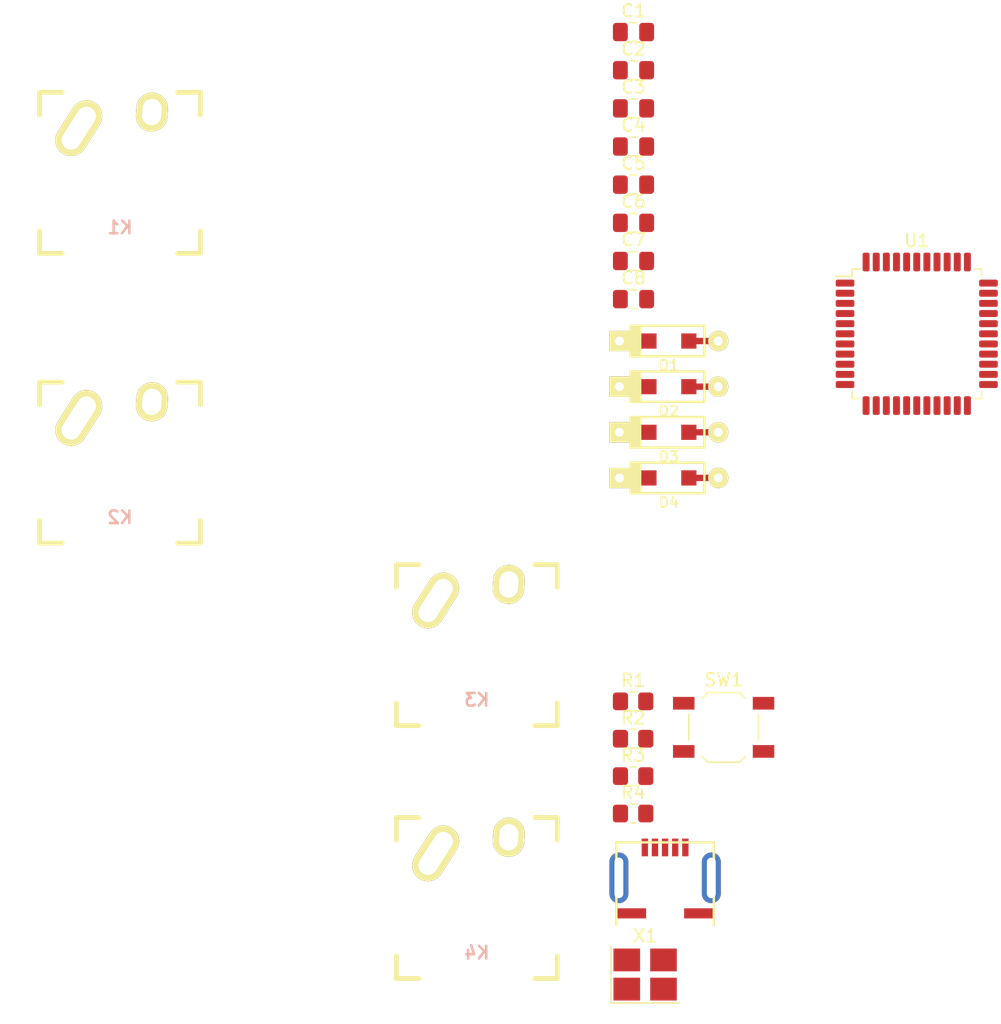
<source format=kicad_pcb>
(kicad_pcb (version 20221018) (generator pcbnew)
  (layers (0 "F.Cu" signal) (31 "B.Cu" signal) (34 "B.Paste" user) (35 "F.Paste" user) (36 "B.SilkS" user "B.Silkscreen") (37 "F.SilkS" user "F.Silkscreen") (38 "B.Mask" user) (39 "F.Mask" user) (44 "Edge.Cuts" user))
  (net 0 "")
  (net 1 "Net-(U1-XTAL1)")
  (net 2 "+5V")
  (net 3 "Net-(U1-XTAL2)")
  (net 4 "VCC")
  (net 5 "Net-(U1-UCap)")
  (net 6 "Net-(D1-A)")
  (net 7 "/row0")
  (net 8 "Net-(D2-A)")
  (net 9 "Net-(D3-A)")
  (net 10 "/row1")
  (net 11 "Net-(D4-A)")
  (net 12 "Net-(J1-VUSB)")
  (net 13 "Net-(J1-D-)")
  (net 14 "Net-(J1-D+)")
  (net 16 "/col0")
  (net 17 "/col1")
  (net 18 "Net-(U1-~{RESET})")
  (net 19 "Net-(U1-~{HWB{slash}PE2})")
  (net 20 "Net-(U1-D-)")
  (net 21 "Net-(U1-D+)")
  (footprint "Capacitor_SMD:C_0805_2012Metric_Pad1.18x1.45mm_HandSolder" (layer "F.Cu") (at 96.43 55.215)
    (fp_text reference "C7" (at 0 -1.68) (layer "F.SilkS"))
    (fp_text value "4.7uF")
    (fp_line (start -0.261252 -0.735) (end 0.261252 -0.735) (stroke (width 0.12)) (layer "F.SilkS"))
    (fp_line (start -0.261252 0.735) (end 0.261252 0.735) (stroke (width 0.12)) (layer "F.SilkS"))
    (pad "1" smd roundrect (at -1.0375 0) (size 1.175 1.45) (layers "F.Cu" "F.Paste" "F.Mask") (roundrect_rratio 0.212766) (net 4 "VCC"))
    (pad "2" smd roundrect (at 1.0375 0) (size 1.175 1.45) (layers "F.Cu" "F.Paste" "F.Mask") (roundrect_rratio 0.212766) (net 2 "+5V"))
  )
  (footprint "Capacitor_SMD:C_0805_2012Metric_Pad1.18x1.45mm_HandSolder" (layer "F.Cu") (at 96.43 58.225)
    (fp_text reference "C8" (at 0 -1.68) (layer "F.SilkS"))
    (fp_text value "1uF")
    (fp_line (start -0.261252 -0.735) (end 0.261252 -0.735) (stroke (width 0.12)) (layer "F.SilkS"))
    (fp_line (start -0.261252 0.735) (end 0.261252 0.735) (stroke (width 0.12)) (layer "F.SilkS"))
    (pad "1" smd roundrect (at -1.0375 0) (size 1.175 1.45) (layers "F.Cu" "F.Paste" "F.Mask") (roundrect_rratio 0.212766) (net 2 "+5V"))
    (pad "2" smd roundrect (at 1.0375 0) (size 1.175 1.45) (layers "F.Cu" "F.Paste" "F.Mask") (roundrect_rratio 0.212766) (net 5 "Net-(U1-UCap)"))
  )
  (footprint "Button_Switch_SMD:SW_SPST_TL3342" (layer "F.Cu") (at 103.55 92.005)
    (fp_text reference "SW1" (at 0 -3.75) (layer "F.SilkS"))
    (fp_text value "SW_PUSH")
    (fp_line (start -2.75 -1) (end -2.75 1) (stroke (width 0.12)) (layer "F.SilkS"))
    (fp_line (start -1.7 -2.3) (end -1.25 -2.75) (stroke (width 0.12)) (layer "F.SilkS"))
    (fp_line (start -1.7 2.3) (end -1.25 2.75) (stroke (width 0.12)) (layer "F.SilkS"))
    (fp_line (start -1.25 -2.75) (end 1.25 -2.75) (stroke (width 0.12)) (layer "F.SilkS"))
    (fp_line (start -1.25 2.75) (end 1.25 2.75) (stroke (width 0.12)) (layer "F.SilkS"))
    (fp_line (start 1.7 -2.3) (end 1.25 -2.75) (stroke (width 0.12)) (layer "F.SilkS"))
    (fp_line (start 1.7 2.3) (end 1.25 2.75) (stroke (width 0.12)) (layer "F.SilkS"))
    (fp_line (start 2.75 -1) (end 2.75 1) (stroke (width 0.12)) (layer "F.SilkS"))
    (pad "1" smd rect (at -3.15 -1.9) (size 1.7 1) (layers "F.Cu" "F.Paste" "F.Mask") (net 2 "+5V"))
    (pad "1" smd rect (at 3.15 -1.9) (size 1.7 1) (layers "F.Cu" "F.Paste" "F.Mask") (net 2 "+5V"))
    (pad "2" smd rect (at -3.15 1.9) (size 1.7 1) (layers "F.Cu" "F.Paste" "F.Mask") (net 18 "Net-(U1-~{RESET})"))
    (pad "2" smd rect (at 3.15 1.9) (size 1.7 1) (layers "F.Cu" "F.Paste" "F.Mask") (net 18 "Net-(U1-~{RESET})"))
  )
  (footprint "Resistor_SMD:R_0805_2012Metric_Pad1.20x1.40mm_HandSolder" (layer "F.Cu") (at 96.4 98.805)
    (fp_text reference "R4" (at 0 -1.65) (layer "F.SilkS"))
    (fp_text value "22R")
    (fp_line (start -0.227064 -0.735) (end 0.227064 -0.735) (stroke (width 0.12)) (layer "F.SilkS"))
    (fp_line (start -0.227064 0.735) (end 0.227064 0.735) (stroke (width 0.12)) (layer "F.SilkS"))
    (pad "1" smd roundrect (at -1 0) (size 1.2 1.4) (layers "F.Cu" "F.Paste" "F.Mask") (roundrect_rratio 0.208333) (net 14 "Net-(J1-D+)"))
    (pad "2" smd roundrect (at 1 0) (size 1.2 1.4) (layers "F.Cu" "F.Paste" "F.Mask") (roundrect_rratio 0.208333) (net 21 "Net-(U1-D+)"))
  )
  (footprint "keyboard_parts:D_SOD123_axial" (layer "F.Cu") (at 99.225 72.33)
    (fp_text reference "D4" (at 0 1.925) (layer "F.SilkS") (effects (font (size 0.8 0.8))))
    (fp_text value "D" hide)
    (fp_line (start -3.025 1.2) (end -3.025 -1.2) (stroke (width 0.2)) (layer "F.SilkS"))
    (fp_line (start -3 -1.2) (end 2.8 -1.2) (stroke (width 0.2)) (layer "F.SilkS"))
    (fp_line (start -2.925 -1.2) (end -2.925 1.2) (stroke (width 0.2)) (layer "F.SilkS"))
    (fp_line (start -2.8 -1.2) (end -2.8 1.2) (stroke (width 0.2)) (layer "F.SilkS"))
    (fp_line (start -2.625 -1.2) (end -2.625 1.2) (stroke (width 0.2)) (layer "F.SilkS"))
    (fp_line (start -2.45 -1.2) (end -2.45 1.2) (stroke (width 0.2)) (layer "F.SilkS"))
    (fp_line (start -2.275 -1.2) (end -2.275 1.2) (stroke (width 0.2)) (layer "F.SilkS"))
    (fp_line (start 2.8 -1.2) (end 2.8 1.2) (stroke (width 0.2)) (layer "F.SilkS"))
    (fp_line (start 2.8 1.2) (end -3 1.2) (stroke (width 0.2)) (layer "F.SilkS"))
    (pad "1" thru_hole rect (at -3.9 0) (size 1.6 1.6) (drill 0.7) (layers "*.Cu" "*.Mask" "F.SilkS") (net 10 "/row1"))
    (pad "1" smd rect (at -2.7 0) (size 2.5 0.5) (layers "F.Cu") (net 10 "/row1"))
    (pad "1" smd rect (at -1.575 0) (size 1.2 1.2) (layers "F.Cu" "F.Paste" "F.Mask") (net 10 "/row1"))
    (pad "2" smd rect (at 1.575 0) (size 1.2 1.2) (layers "F.Cu" "F.Paste" "F.Mask") (net 11 "Net-(D4-A)"))
    (pad "2" smd rect (at 2.7 0) (size 2.5 0.5) (layers "F.Cu") (net 11 "Net-(D4-A)"))
    (pad "2" thru_hole circle (at 3.9 0) (size 1.6 1.6) (drill 0.7) (layers "*.Cu" "*.Mask" "F.SilkS") (net 11 "Net-(D4-A)"))
  )
  (footprint "Capacitor_SMD:C_0805_2012Metric_Pad1.18x1.45mm_HandSolder" (layer "F.Cu") (at 96.43 46.185)
    (fp_text reference "C4" (at 0 -1.68) (layer "F.SilkS"))
    (fp_text value "0.1uF")
    (fp_line (start -0.261252 -0.735) (end 0.261252 -0.735) (stroke (width 0.12)) (layer "F.SilkS"))
    (fp_line (start -0.261252 0.735) (end 0.261252 0.735) (stroke (width 0.12)) (layer "F.SilkS"))
    (pad "1" smd roundrect (at -1.0375 0) (size 1.175 1.45) (layers "F.Cu" "F.Paste" "F.Mask") (roundrect_rratio 0.212766) (net 4 "VCC"))
    (pad "2" smd roundrect (at 1.0375 0) (size 1.175 1.45) (layers "F.Cu" "F.Paste" "F.Mask") (roundrect_rratio 0.212766) (net 2 "+5V"))
  )
  (footprint "Capacitor_SMD:C_0805_2012Metric_Pad1.18x1.45mm_HandSolder" (layer "F.Cu") (at 96.43 40.165)
    (fp_text reference "C2" (at 0 -1.68) (layer "F.SilkS"))
    (fp_text value "22pF")
    (fp_line (start -0.261252 -0.735) (end 0.261252 -0.735) (stroke (width 0.12)) (layer "F.SilkS"))
    (fp_line (start -0.261252 0.735) (end 0.261252 0.735) (stroke (width 0.12)) (layer "F.SilkS"))
    (pad "1" smd roundrect (at -1.0375 0) (size 1.175 1.45) (layers "F.Cu" "F.Paste" "F.Mask") (roundrect_rratio 0.212766) (net 3 "Net-(U1-XTAL2)"))
    (pad "2" smd roundrect (at 1.0375 0) (size 1.175 1.45) (layers "F.Cu" "F.Paste" "F.Mask") (roundrect_rratio 0.212766) (net 2 "+5V"))
  )
  (footprint "keyboard_parts:D_SOD123_axial" (layer "F.Cu") (at 99.225 65.13)
    (fp_text reference "D2" (at 0 1.925) (layer "F.SilkS") (effects (font (size 0.8 0.8))))
    (fp_text value "D" hide)
    (fp_line (start -3.025 1.2) (end -3.025 -1.2) (stroke (width 0.2)) (layer "F.SilkS"))
    (fp_line (start -3 -1.2) (end 2.8 -1.2) (stroke (width 0.2)) (layer "F.SilkS"))
    (fp_line (start -2.925 -1.2) (end -2.925 1.2) (stroke (width 0.2)) (layer "F.SilkS"))
    (fp_line (start -2.8 -1.2) (end -2.8 1.2) (stroke (width 0.2)) (layer "F.SilkS"))
    (fp_line (start -2.625 -1.2) (end -2.625 1.2) (stroke (width 0.2)) (layer "F.SilkS"))
    (fp_line (start -2.45 -1.2) (end -2.45 1.2) (stroke (width 0.2)) (layer "F.SilkS"))
    (fp_line (start -2.275 -1.2) (end -2.275 1.2) (stroke (width 0.2)) (layer "F.SilkS"))
    (fp_line (start 2.8 -1.2) (end 2.8 1.2) (stroke (width 0.2)) (layer "F.SilkS"))
    (fp_line (start 2.8 1.2) (end -3 1.2) (stroke (width 0.2)) (layer "F.SilkS"))
    (pad "1" thru_hole rect (at -3.9 0) (size 1.6 1.6) (drill 0.7) (layers "*.Cu" "*.Mask" "F.SilkS") (net 7 "/row0"))
    (pad "1" smd rect (at -2.7 0) (size 2.5 0.5) (layers "F.Cu") (net 7 "/row0"))
    (pad "1" smd rect (at -1.575 0) (size 1.2 1.2) (layers "F.Cu" "F.Paste" "F.Mask") (net 7 "/row0"))
    (pad "2" smd rect (at 1.575 0) (size 1.2 1.2) (layers "F.Cu" "F.Paste" "F.Mask") (net 8 "Net-(D2-A)"))
    (pad "2" smd rect (at 2.7 0) (size 2.5 0.5) (layers "F.Cu") (net 8 "Net-(D2-A)"))
    (pad "2" thru_hole circle (at 3.9 0) (size 1.6 1.6) (drill 0.7) (layers "*.Cu" "*.Mask" "F.SilkS") (net 8 "Net-(D2-A)"))
  )
  (footprint "keebs:Mx_Alps_100" (layer "F.Cu") (at 84.0592 85.521)
    (fp_text reference "K3" (at 0 4.318) (layer "B.SilkS") (effects (font (thickness 0.2)) (justify mirror)))
    (fp_text value "KEYSW" hide)
    (fp_line (start -6.35 -6.35) (end -4.572 -6.35) (stroke (width 0.381)) (layer "F.SilkS"))
    (fp_line (start -6.35 -4.572) (end -6.35 -6.35) (stroke (width 0.381)) (layer "F.SilkS"))
    (fp_line (start -6.35 6.35) (end -6.35 4.572) (stroke (width 0.381)) (layer "F.SilkS"))
    (fp_line (start -4.572 6.35) (end -6.35 6.35) (stroke (width 0.381)) (layer "F.SilkS"))
    (fp_line (start 4.572 -6.35) (end 6.35 -6.35) (stroke (width 0.381)) (layer "F.SilkS"))
    (fp_line (start 6.35 -6.35) (end 6.35 -4.572) (stroke (width 0.381)) (layer "F.SilkS"))
    (fp_line (start 6.35 4.572) (end 6.35 6.35) (stroke (width 0.381)) (layer "F.SilkS"))
    (fp_line (start 6.35 6.35) (end 4.572 6.35) (stroke (width 0.381)) (layer "F.SilkS"))
    (pad "" np_thru_hole circle (at -5.08 0) (size 1.7018 1.7018) (drill 1.7018) (layers "*.Cu" "*.Mask"))
    (pad "" np_thru_hole circle (at 0 0) (size 3.9878 3.9878) (drill 3.9878) (layers "*.Cu" "*.Mask"))
    (pad "" np_thru_hole circle (at 5.08 0) (size 1.7018 1.7018) (drill 1.7018) (layers "*.Cu" "*.Mask"))
    (pad "1" thru_hole oval (at -3.255 -3.52 327.5) (size 2.5 4.75) (drill oval 1.5 3.75) (layers "*.Cu" "*.Mask" "F.SilkS") (net 16 "/col0"))
    (pad "2" thru_hole oval (at 2.52 -4.79 356.1) (size 2.5 3.08) (drill oval 1.5 2.08) (layers "*.Cu" "*.Mask" "F.SilkS") (net 11 "Net-(D4-A)"))
  )
  (footprint "Resistor_SMD:R_0805_2012Metric_Pad1.20x1.40mm_HandSolder" (layer "F.Cu") (at 96.4 92.905)
    (fp_text reference "R2" (at 0 -1.65) (layer "F.SilkS"))
    (fp_text value "10k")
    (fp_line (start -0.227064 -0.735) (end 0.227064 -0.735) (stroke (width 0.12)) (layer "F.SilkS"))
    (fp_line (start -0.227064 0.735) (end 0.227064 0.735) (stroke (width 0.12)) (layer "F.SilkS"))
    (pad "1" smd roundrect (at -1 0) (size 1.2 1.4) (layers "F.Cu" "F.Paste" "F.Mask") (roundrect_rratio 0.208333) (net 19 "Net-(U1-~{HWB{slash}PE2})"))
    (pad "2" smd roundrect (at 1 0) (size 1.2 1.4) (layers "F.Cu" "F.Paste" "F.Mask") (roundrect_rratio 0.208333) (net 2 "+5V"))
  )
  (footprint "keyboard_parts:USB_miniB_hirose_5S8" (layer "F.Cu") (at 98.925 101.48)
    (fp_text reference "J1" hide)
    (fp_text value "USB_mini_micro_B" hide)
    (fp_line (start -3.85 -0.4) (end -3.85 6.1) (stroke (width 0.2)) (layer "F.SilkS"))
    (fp_line (start -3.85 -0.4) (end 3.85 -0.4) (stroke (width 0.2)) (layer "F.SilkS"))
    (fp_line (start 3.85 -0.4) (end 3.85 6.1) (stroke (width 0.2)) (layer "F.SilkS"))
    (pad "1" smd rect (at -1.6 0) (size 0.5 1.4) (layers "F.Cu" "F.Paste" "F.Mask") (net 12 "Net-(J1-VUSB)"))
    (pad "2" smd rect (at -0.8 0) (size 0.5 1.4) (layers "F.Cu" "F.Paste" "F.Mask") (net 13 "Net-(J1-D-)"))
    (pad "3" smd rect (at 0 0) (size 0.5 1.4) (layers "F.Cu" "F.Paste" "F.Mask") (net 14 "Net-(J1-D+)"))
    (pad "4" smd rect (at 0.8 0) (size 0.5 1.4) (layers "F.Cu" "F.Paste" "F.Mask"))
    (pad "5" smd rect (at 1.6 0) (size 0.5 1.4) (layers "F.Cu" "F.Paste" "F.Mask") (net 2 "+5V"))
    (pad "6" thru_hole oval (at -3.65 2.4) (size 1.5 4) (drill oval 0.7 3.2) (layers "*.Cu" "*.Mask" "F.Paste") (net 2 "+5V"))
    (pad "6" smd rect (at -2.675 5.2) (size 2.35 0.8) (layers "F.Cu" "F.Paste" "F.Mask") (net 2 "+5V"))
    (pad "6" smd rect (at 2.675 5.2) (size 2.35 0.8) (layers "F.Cu" "F.Paste" "F.Mask") (net 2 "+5V"))
    (pad "6" thru_hole oval (at 3.65 2.4) (size 1.5 4) (drill oval 0.7 3.2) (layers "*.Cu" "*.Mask" "F.Paste") (net 2 "+5V"))
  )
  (footprint "Capacitor_SMD:C_0805_2012Metric_Pad1.18x1.45mm_HandSolder" (layer "F.Cu") (at 96.43 43.175)
    (fp_text reference "C3" (at 0 -1.68) (layer "F.SilkS"))
    (fp_text value "0.1uF")
    (fp_line (start -0.261252 -0.735) (end 0.261252 -0.735) (stroke (width 0.12)) (layer "F.SilkS"))
    (fp_line (start -0.261252 0.735) (end 0.261252 0.735) (stroke (width 0.12)) (layer "F.SilkS"))
    (pad "1" smd roundrect (at -1.0375 0) (size 1.175 1.45) (layers "F.Cu" "F.Paste" "F.Mask") (roundrect_rratio 0.212766) (net 4 "VCC"))
    (pad "2" smd roundrect (at 1.0375 0) (size 1.175 1.45) (layers "F.Cu" "F.Paste" "F.Mask") (roundrect_rratio 0.212766) (net 2 "+5V"))
  )
  (footprint "Capacitor_SMD:C_0805_2012Metric_Pad1.18x1.45mm_HandSolder" (layer "F.Cu") (at 96.43 49.195)
    (fp_text reference "C5" (at 0 -1.68) (layer "F.SilkS"))
    (fp_text value "0.1uF")
    (fp_line (start -0.261252 -0.735) (end 0.261252 -0.735) (stroke (width 0.12)) (layer "F.SilkS"))
    (fp_line (start -0.261252 0.735) (end 0.261252 0.735) (stroke (width 0.12)) (layer "F.SilkS"))
    (pad "1" smd roundrect (at -1.0375 0) (size 1.175 1.45) (layers "F.Cu" "F.Paste" "F.Mask") (roundrect_rratio 0.212766) (net 4 "VCC"))
    (pad "2" smd roundrect (at 1.0375 0) (size 1.175 1.45) (layers "F.Cu" "F.Paste" "F.Mask") (roundrect_rratio 0.212766) (net 2 "+5V"))
  )
  (footprint "Capacitor_SMD:C_0805_2012Metric_Pad1.18x1.45mm_HandSolder" (layer "F.Cu") (at 96.43 37.155)
    (fp_text reference "C1" (at 0 -1.68) (layer "F.SilkS"))
    (fp_text value "22pF")
    (fp_line (start -0.261252 -0.735) (end 0.261252 -0.735) (stroke (width 0.12)) (layer "F.SilkS"))
    (fp_line (start -0.261252 0.735) (end 0.261252 0.735) (stroke (width 0.12)) (layer "F.SilkS"))
    (pad "1" smd roundrect (at -1.0375 0) (size 1.175 1.45) (layers "F.Cu" "F.Paste" "F.Mask") (roundrect_rratio 0.212766) (net 1 "Net-(U1-XTAL1)"))
    (pad "2" smd roundrect (at 1.0375 0) (size 1.175 1.45) (layers "F.Cu" "F.Paste" "F.Mask") (roundrect_rratio 0.212766) (net 2 "+5V"))
  )
  (footprint "keebs:Mx_Alps_100" (layer "F.Cu") (at 84.0592 105.4694)
    (fp_text reference "K4" (at 0 4.318) (layer "B.SilkS") (effects (font (thickness 0.2)) (justify mirror)))
    (fp_text value "KEYSW" hide)
    (fp_line (start -6.35 -6.35) (end -4.572 -6.35) (stroke (width 0.381)) (layer "F.SilkS"))
    (fp_line (start -6.35 -4.572) (end -6.35 -6.35) (stroke (width 0.381)) (layer "F.SilkS"))
    (fp_line (start -6.35 6.35) (end -6.35 4.572) (stroke (width 0.381)) (layer "F.SilkS"))
    (fp_line (start -4.572 6.35) (end -6.35 6.35) (stroke (width 0.381)) (layer "F.SilkS"))
    (fp_line (start 4.572 -6.35) (end 6.35 -6.35) (stroke (width 0.381)) (layer "F.SilkS"))
    (fp_line (start 6.35 -6.35) (end 6.35 -4.572) (stroke (width 0.381)) (layer "F.SilkS"))
    (fp_line (start 6.35 4.572) (end 6.35 6.35) (stroke (width 0.381)) (layer "F.SilkS"))
    (fp_line (start 6.35 6.35) (end 4.572 6.35) (stroke (width 0.381)) (layer "F.SilkS"))
    (pad "" np_thru_hole circle (at -5.08 0) (size 1.7018 1.7018) (drill 1.7018) (layers "*.Cu" "*.Mask"))
    (pad "" np_thru_hole circle (at 0 0) (size 3.9878 3.9878) (drill 3.9878) (layers "*.Cu" "*.Mask"))
    (pad "" np_thru_hole circle (at 5.08 0) (size 1.7018 1.7018) (drill 1.7018) (layers "*.Cu" "*.Mask"))
    (pad "1" thru_hole oval (at -3.255 -3.52 327.5) (size 2.5 4.75) (drill oval 1.5 3.75) (layers "*.Cu" "*.Mask" "F.SilkS") (net 17 "/col1"))
    (pad "2" thru_hole oval (at 2.52 -4.79 356.1) (size 2.5 3.08) (drill oval 1.5 2.08) (layers "*.Cu" "*.Mask" "F.SilkS") (net 9 "Net-(D3-A)"))
  )
  (footprint "Resistor_SMD:R_0805_2012Metric_Pad1.20x1.40mm_HandSolder" (layer "F.Cu") (at 96.4 95.855)
    (fp_text reference "R3" (at 0 -1.65) (layer "F.SilkS"))
    (fp_text value "22R")
    (fp_line (start -0.227064 -0.735) (end 0.227064 -0.735) (stroke (width 0.12)) (layer "F.SilkS"))
    (fp_line (start -0.227064 0.735) (end 0.227064 0.735) (stroke (width 0.12)) (layer "F.SilkS"))
    (pad "1" smd roundrect (at -1 0) (size 1.2 1.4) (layers "F.Cu" "F.Paste" "F.Mask") (roundrect_rratio 0.208333) (net 13 "Net-(J1-D-)"))
    (pad "2" smd roundrect (at 1 0) (size 1.2 1.4) (layers "F.Cu" "F.Paste" "F.Mask") (roundrect_rratio 0.208333) (net 20 "Net-(U1-D-)"))
  )
  (footprint "Package_QFP:LQFP-44_10x10mm_P0.8mm" (layer "F.Cu") (at 118.7975 60.96)
    (fp_text reference "U1" (at 0 -7.35) (layer "F.SilkS"))
    (fp_text value "ATMEGA32U4")
    (fp_line (start -5.11 -5.11) (end -5.11 -4.535) (stroke (width 0.12)) (layer "F.SilkS"))
    (fp_line (start -5.11 -4.535) (end -6.4 -4.535) (stroke (width 0.12)) (layer "F.SilkS"))
    (fp_line (start -5.11 5.11) (end -5.11 4.535) (stroke (width 0.12)) (layer "F.SilkS"))
    (fp_line (start -4.535 -5.11) (end -5.11 -5.11) (stroke (width 0.12)) (layer "F.SilkS"))
    (fp_line (start -4.535 5.11) (end -5.11 5.11) (stroke (width 0.12)) (layer "F.SilkS"))
    (fp_line (start 4.535 -5.11) (end 5.11 -5.11) (stroke (width 0.12)) (layer "F.SilkS"))
    (fp_line (start 4.535 5.11) (end 5.11 5.11) (stroke (width 0.12)) (layer "F.SilkS"))
    (fp_line (start 5.11 -5.11) (end 5.11 -4.535) (stroke (width 0.12)) (layer "F.SilkS"))
    (fp_line (start 5.11 5.11) (end 5.11 4.535) (stroke (width 0.12)) (layer "F.SilkS"))
    (pad "1" smd roundrect (at -5.6625 -4) (size 1.475 0.55) (layers "F.Cu" "F.Paste" "F.Mask"))
    (pad "2" smd roundrect (at -5.6625 -3.2) (size 1.475 0.55) (layers "F.Cu" "F.Paste" "F.Mask") (net 12 "Net-(J1-VUSB)"))
    (pad "3" smd roundrect (at -5.6625 -2.4) (size 1.475 0.55) (layers "F.Cu" "F.Paste" "F.Mask") (net 20 "Net-(U1-D-)"))
    (pad "4" smd roundrect (at -5.6625 -1.6) (size 1.475 0.55) (layers "F.Cu" "F.Paste" "F.Mask") (net 21 "Net-(U1-D+)"))
    (pad "5" smd roundrect (at -5.6625 -0.8) (size 1.475 0.55) (layers "F.Cu" "F.Paste" "F.Mask") (net 2 "+5V"))
    (pad "6" smd roundrect (at -5.6625 0) (size 1.475 0.55) (layers "F.Cu" "F.Paste" "F.Mask") (net 5 "Net-(U1-UCap)"))
    (pad "7" smd roundrect (at -5.6625 0.8) (size 1.475 0.55) (layers "F.Cu" "F.Paste" "F.Mask") (net 4 "VCC"))
    (pad "8" smd roundrect (at -5.6625 1.6) (size 1.475 0.55) (layers "F.Cu" "F.Paste" "F.Mask"))
    (pad "9" smd roundrect (at -5.6625 2.4) (size 1.475 0.55) (layers "F.Cu" "F.Paste" "F.Mask"))
    (pad "10" smd roundrect (at -5.6625 3.2) (size 1.475 0.55) (layers "F.Cu" "F.Paste" "F.Mask"))
    (pad "11" smd roundrect (at -5.6625 4) (size 1.475 0.55) (layers "F.Cu" "F.Paste" "F.Mask"))
    (pad "12" smd roundrect (at -4 5.6625) (size 0.55 1.475) (layers "F.Cu" "F.Paste" "F.Mask"))
    (pad "13" smd roundrect (at -3.2 5.6625) (size 0.55 1.475) (layers "F.Cu" "F.Paste" "F.Mask") (net 18 "Net-(U1-~{RESET})"))
    (pad "14" smd roundrect (at -2.4 5.6625) (size 0.55 1.475) (layers "F.Cu" "F.Paste" "F.Mask") (net 4 "VCC"))
    (pad "15" smd roundrect (at -1.6 5.6625) (size 0.55 1.475) (layers "F.Cu" "F.Paste" "F.Mask") (net 2 "+5V"))
    (pad "16" smd roundrect (at -0.8 5.6625) (size 0.55 1.475) (layers "F.Cu" "F.Paste" "F.Mask") (net 1 "Net-(U1-XTAL1)"))
    (pad "17" smd roundrect (at 0 5.6625) (size 0.55 1.475) (layers "F.Cu" "F.Paste" "F.Mask") (net 3 "Net-(U1-XTAL2)"))
    (pad "18" smd roundrect (at 0.8 5.6625) (size 0.55 1.475) (layers "F.Cu" "F.Paste" "F.Mask"))
    (pad "19" smd roundrect (at 1.6 5.6625) (size 0.55 1.475) (layers "F.Cu" "F.Paste" "F.Mask"))
    (pad "20" smd roundrect (at 2.4 5.6625) (size 0.55 1.475) (layers "F.Cu" "F.Paste" "F.Mask"))
    (pad "21" smd roundrect (at 3.2 5.6625) (size 0.55 1.475) (layers "F.Cu" "F.Paste" "F.Mask"))
    (pad "22" smd roundrect (at 4 5.6625) (size 0.55 1.475) (layers "F.Cu" "F.Paste" "F.Mask"))
    (pad "23" smd roundrect (at 5.6625 4) (size 1.475 0.55) (layers "F.Cu" "F.Paste" "F.Mask") (net 2 "+5V"))
    (pad "24" smd roundrect (at 5.6625 3.2) (size 1.475 0.55) (layers "F.Cu" "F.Paste" "F.Mask") (net 4 "VCC"))
    (pad "25" smd roundrect (at 5.6625 2.4) (size 1.475 0.55) (layers "F.Cu" "F.Paste" "F.Mask"))
    (pad "26" smd roundrect (at 5.6625 1.6) (size 1.475 0.55) (layers "F.Cu" "F.Paste" "F.Mask"))
    (pad "27" smd roundrect (at 5.6625 0.8) (size 1.475 0.55) (layers "F.Cu" "F.Paste" "F.Mask"))
    (pad "28" smd roundrect (at 5.6625 0) (size 1.475 0.55) (layers "F.Cu" "F.Paste" "F.Mask"))
    (pad "29" smd roundrect (at 5.6625 -0.8) (size 1.475 0.55) (layers "F.Cu" "F.Paste" "F.Mask"))
    (pad "30" smd roundrect (at 5.6625 -1.6) (size 1.475 0.55) (layers "F.Cu" "F.Paste" "F.Mask"))
    (pad "31" smd roundrect (at 5.6625 -2.4) (size 1.475 0.55) (layers "F.Cu" "F.Paste" "F.Mask"))
    (pad "32" smd roundrect (at 5.6625 -3.2) (size 1.475 0.55) (layers "F.Cu" "F.Paste" "F.Mask"))
    (pad "33" smd roundrect (at 5.6625 -4) (size 1.475 0.55) (layers "F.Cu" "F.Paste" "F.Mask") (net 19 "Net-(U1-~{HWB{slash}PE2})"))
    (pad "34" smd roundrect (at 4 -5.6625) (size 0.55 1.475) (layers "F.Cu" "F.Paste" "F.Mask") (net 4 "VCC"))
    (pad "35" smd roundrect (at 3.2 -5.6625) (size 0.55 1.475) (layers "F.Cu" "F.Paste" "F.Mask") (net 2 "+5V"))
    (pad "36" smd roundrect (at 2.4 -5.6625) (size 0.55 1.475) (layers "F.Cu" "F.Paste" "F.Mask"))
    (pad "37" smd roundrect (at 1.6 -5.6625) (size 0.55 1.475) (layers "F.Cu" "F.Paste" "F.Mask"))
    (pad "38" smd roundrect (at 0.8 -5.6625) (size 0.55 1.475) (layers "F.Cu" "F.Paste" "F.Mask") (net 17 "/col1"))
    (pad "39" smd roundrect (at 0 -5.6625) (size 0.55 1.475) (layers "F.Cu" "F.Paste" "F.Mask") (net 16 "/col0"))
    (pad "40" smd roundrect (at -0.8 -5.6625) (size 0.55 1.475) (layers "F.Cu" "F.Paste" "F.Mask") (net 10 "/row1"))
    (pad "41" smd roundrect (at -1.6 -5.6625) (size 0.55 1.475) (layers "F.Cu" "F.Paste" "F.Mask") (net 7 "/row0"))
    (pad "42" smd roundrect (at -2.4 -5.6625) (size 0.55 1.475) (layers "F.Cu" "F.Paste" "F.Mask"))
    (pad "43" smd roundrect (at -3.2 -5.6625) (size 0.55 1.475) (layers "F.Cu" "F.Paste" "F.Mask") (net 2 "+5V"))
    (pad "44" smd roundrect (at -4 -5.6625) (size 0.55 1.475) (layers "F.Cu" "F.Paste" "F.Mask") (net 4 "VCC"))
  )
  (footprint "keyboard_parts:D_SOD123_axial" (layer "F.Cu") (at 99.225 61.53)
    (fp_text reference "D1" (at 0 1.925) (layer "F.SilkS") (effects (font (size 0.8 0.8))))
    (fp_text value "D" hide)
    (fp_line (start -3.025 1.2) (end -3.025 -1.2) (stroke (width 0.2)) (layer "F.SilkS"))
    (fp_line (start -3 -1.2) (end 2.8 -1.2) (stroke (width 0.2)) (layer "F.SilkS"))
    (fp_line (start -2.925 -1.2) (end -2.925 1.2) (stroke (width 0.2)) (layer "F.SilkS"))
    (fp_line (start -2.8 -1.2) (end -2.8 1.2) (stroke (width 0.2)) (layer "F.SilkS"))
    (fp_line (start -2.625 -1.2) (end -2.625 1.2) (stroke (width 0.2)) (layer "F.SilkS"))
    (fp_line (start -2.45 -1.2) (end -2.45 1.2) (stroke (width 0.2)) (layer "F.SilkS"))
    (fp_line (start -2.275 -1.2) (end -2.275 1.2) (stroke (width 0.2)) (layer "F.SilkS"))
    (fp_line (start 2.8 -1.2) (end 2.8 1.2) (stroke (width 0.2)) (layer "F.SilkS"))
    (fp_line (start 2.8 1.2) (end -3 1.2) (stroke (width 0.2)) (layer "F.SilkS"))
    (pad "1" thru_hole rect (at -3.9 0) (size 1.6 1.6) (drill 0.7) (layers "*.Cu" "*.Mask" "F.SilkS") (net 7 "/row0"))
    (pad "1" smd rect (at -2.7 0) (size 2.5 0.5) (layers "F.Cu") (net 7 "/row0"))
    (pad "1" smd rect (at -1.575 0) (size 1.2 1.2) (layers "F.Cu" "F.Paste" "F.Mask") (net 7 "/row0"))
    (pad "2" smd rect (at 1.575 0) (size 1.2 1.2) (layers "F.Cu" "F.Paste" "F.Mask") (net 6 "Net-(D1-A)"))
    (pad "2" smd rect (at 2.7 0) (size 2.5 0.5) (layers "F.Cu") (net 6 "Net-(D1-A)"))
    (pad "2" thru_hole circle (at 3.9 0) (size 1.6 1.6) (drill 0.7) (layers "*.Cu" "*.Mask" "F.SilkS") (net 6 "Net-(D1-A)"))
  )
  (footprint "Resistor_SMD:R_0805_2012Metric_Pad1.20x1.40mm_HandSolder" (layer "F.Cu") (at 96.4 89.955)
    (fp_text reference "R1" (at 0 -1.65) (layer "F.SilkS"))
    (fp_text value "10k")
    (fp_line (start -0.227064 -0.735) (end 0.227064 -0.735) (stroke (width 0.12)) (layer "F.SilkS"))
    (fp_line (start -0.227064 0.735) (end 0.227064 0.735) (stroke (width 0.12)) (layer "F.SilkS"))
    (pad "1" smd roundrect (at -1 0) (size 1.2 1.4) (layers "F.Cu" "F.Paste" "F.Mask") (roundrect_rratio 0.208333) (net 4 "VCC"))
    (pad "2" smd roundrect (at 1 0) (size 1.2 1.4) (layers "F.Cu" "F.Paste" "F.Mask") (roundrect_rratio 0.208333) (net 18 "Net-(U1-~{RESET})"))
  )
  (footprint "Crystal:Crystal_SMD_3225-4Pin_3.2x2.5mm_HandSoldering" (layer "F.Cu") (at 97.35 111.505)
    (fp_text reference "X1" (at 0 -3.05) (layer "F.SilkS"))
    (fp_text value "XTAL_GND")
    (fp_line (start -2.7 -2.25) (end -2.7 2.25) (stroke (width 0.12)) (layer "F.SilkS"))
    (fp_line (start -2.7 2.25) (end 2.7 2.25) (stroke (width 0.12)) (layer "F.SilkS"))
    (pad "1" smd rect (at -1.45 1.15) (size 2.1 1.8) (layers "F.Cu" "F.Paste" "F.Mask") (net 1 "Net-(U1-XTAL1)"))
    (pad "2" smd rect (at 1.45 1.15) (size 2.1 1.8) (layers "F.Cu" "F.Paste" "F.Mask") (net 3 "Net-(U1-XTAL2)"))
    (pad "3" smd rect (at 1.45 -1.15) (size 2.1 1.8) (layers "F.Cu" "F.Paste" "F.Mask") (net 2 "+5V"))
    (pad "4" smd rect (at -1.45 -1.15) (size 2.1 1.8) (layers "F.Cu" "F.Paste" "F.Mask"))
  )
  (footprint "keyboard_parts:D_SOD123_axial" (layer "F.Cu") (at 99.225 68.73)
    (fp_text reference "D3" (at 0 1.925) (layer "F.SilkS") (effects (font (size 0.8 0.8))))
    (fp_text value "D" hide)
    (fp_line (start -3.025 1.2) (end -3.025 -1.2) (stroke (width 0.2)) (layer "F.SilkS"))
    (fp_line (start -3 -1.2) (end 2.8 -1.2) (stroke (width 0.2)) (layer "F.SilkS"))
    (fp_line (start -2.925 -1.2) (end -2.925 1.2) (stroke (width 0.2)) (layer "F.SilkS"))
    (fp_line (start -2.8 -1.2) (end -2.8 1.2) (stroke (width 0.2)) (layer "F.SilkS"))
    (fp_line (start -2.625 -1.2) (end -2.625 1.2) (stroke (width 0.2)) (layer "F.SilkS"))
    (fp_line (start -2.45 -1.2) (end -2.45 1.2) (stroke (width 0.2)) (layer "F.SilkS"))
    (fp_line (start -2.275 -1.2) (end -2.275 1.2) (stroke (width 0.2)) (layer "F.SilkS"))
    (fp_line (start 2.8 -1.2) (end 2.8 1.2) (stroke (width 0.2)) (layer "F.SilkS"))
    (fp_line (start 2.8 1.2) (end -3 1.2) (stroke (width 0.2)) (layer "F.SilkS"))
    (pad "1" thru_hole rect (at -3.9 0) (size 1.6 1.6) (drill 0.7) (layers "*.Cu" "*.Mask" "F.SilkS") (net 10 "/row1"))
    (pad "1" smd rect (at -2.7 0) (size 2.5 0.5) (layers "F.Cu") (net 10 "/row1"))
    (pad "1" smd rect (at -1.575 0) (size 1.2 1.2) (layers "F.Cu" "F.Paste" "F.Mask") (net 10 "/row1"))
    (pad "2" smd rect (at 1.575 0) (size 1.2 1.2) (layers "F.Cu" "F.Paste" "F.Mask") (net 9 "Net-(D3-A)"))
    (pad "2" smd rect (at 2.7 0) (size 2.5 0.5) (layers "F.Cu") (net 9 "Net-(D3-A)"))
    (pad "2" thru_hole circle (at 3.9 0) (size 1.6 1.6) (drill 0.7) (layers "*.Cu" "*.Mask" "F.SilkS") (net 9 "Net-(D3-A)"))
  )
  (footprint "keebs:Mx_Alps_100" (layer "F.Cu") (at 55.88 71.12)
    (fp_text reference "K2" (at 0 4.318) (layer "B.SilkS") (effects (font (thickness 0.2)) (justify mirror)))
    (fp_text value "KEYSW" hide)
    (fp_line (start -6.35 -6.35) (end -4.572 -6.35) (stroke (width 0.381)) (layer "F.SilkS"))
    (fp_line (start -6.35 -4.572) (end -6.35 -6.35) (stroke (width 0.381)) (layer "F.SilkS"))
    (fp_line (start -6.35 6.35) (end -6.35 4.572) (stroke (width 0.381)) (layer "F.SilkS"))
    (fp_line (start -4.572 6.35) (end -6.35 6.35) (stroke (width 0.381)) (layer "F.SilkS"))
    (fp_line (start 4.572 -6.35) (end 6.35 -6.35) (stroke (width 0.381)) (layer "F.SilkS"))
    (fp_line (start 6.35 -6.35) (end 6.35 -4.572) (stroke (width 0.381)) (layer "F.SilkS"))
    (fp_line (start 6.35 4.572) (end 6.35 6.35) (stroke (width 0.381)) (layer "F.SilkS"))
    (fp_line (start 6.35 6.35) (end 4.572 6.35) (stroke (width 0.381)) (layer "F.SilkS"))
    (pad "" np_thru_hole circle (at -5.08 0) (size 1.7018 1.7018) (drill 1.7018) (layers "*.Cu" "*.Mask"))
    (pad "" np_thru_hole circle (at 0 0) (size 3.9878 3.9878) (drill 3.9878) (layers "*.Cu" "*.Mask"))
    (pad "" np_thru_hole circle (at 5.08 0) (size 1.7018 1.7018) (drill 1.7018) (layers "*.Cu" "*.Mask"))
    (pad "1" thru_hole oval (at -3.255 -3.52 327.5) (size 2.5 4.75) (drill oval 1.5 3.75) (layers "*.Cu" "*.Mask" "F.SilkS") (net 17 "/col1"))
    (pad "2" thru_hole oval (at 2.52 -4.79 356.1) (size 2.5 3.08) (drill oval 1.5 2.08) (layers "*.Cu" "*.Mask" "F.SilkS") (net 8 "Net-(D2-A)"))
  )
  (footprint "Capacitor_SMD:C_0805_2012Metric_Pad1.18x1.45mm_HandSolder" (layer "F.Cu") (at 96.43 52.205)
    (fp_text reference "C6" (at 0 -1.68) (layer "F.SilkS"))
    (fp_text value "0.1uF")
    (fp_line (start -0.261252 -0.735) (end 0.261252 -0.735) (stroke (width 0.12)) (layer "F.SilkS"))
    (fp_line (start -0.261252 0.735) (end 0.261252 0.735) (stroke (width 0.12)) (layer "F.SilkS"))
    (pad "1" smd roundrect (at -1.0375 0) (size 1.175 1.45) (layers "F.Cu" "F.Paste" "F.Mask") (roundrect_rratio 0.212766) (net 4 "VCC"))
    (pad "2" smd roundrect (at 1.0375 0) (size 1.175 1.45) (layers "F.Cu" "F.Paste" "F.Mask") (roundrect_rratio 0.212766) (net 2 "+5V"))
  )
  (footprint "keebs:Mx_Alps_100" (layer "F.Cu") (at 55.88 48.26)
    (fp_text reference "K1" (at 0 4.318) (layer "B.SilkS") (effects (font (thickness 0.2)) (justify mirror)))
    (fp_text value "KEYSW" hide)
    (fp_line (start -6.35 -6.35) (end -4.572 -6.35) (stroke (width 0.381)) (layer "F.SilkS"))
    (fp_line (start -6.35 -4.572) (end -6.35 -6.35) (stroke (width 0.381)) (layer "F.SilkS"))
    (fp_line (start -6.35 6.35) (end -6.35 4.572) (stroke (width 0.381)) (layer "F.SilkS"))
    (fp_line (start -4.572 6.35) (end -6.35 6.35) (stroke (width 0.381)) (layer "F.SilkS"))
    (fp_line (start 4.572 -6.35) (end 6.35 -6.35) (stroke (width 0.381)) (layer "F.SilkS"))
    (fp_line (start 6.35 -6.35) (end 6.35 -4.572) (stroke (width 0.381)) (layer "F.SilkS"))
    (fp_line (start 6.35 4.572) (end 6.35 6.35) (stroke (width 0.381)) (layer "F.SilkS"))
    (fp_line (start 6.35 6.35) (end 4.572 6.35) (stroke (width 0.381)) (layer "F.SilkS"))
    (pad "" np_thru_hole circle (at -5.08 0) (size 1.7018 1.7018) (drill 1.7018) (layers "*.Cu" "*.Mask"))
    (pad "" np_thru_hole circle (at 0 0) (size 3.9878 3.9878) (drill 3.9878) (layers "*.Cu" "*.Mask"))
    (pad "" np_thru_hole circle (at 5.08 0) (size 1.7018 1.7018) (drill 1.7018) (layers "*.Cu" "*.Mask"))
    (pad "1" thru_hole oval (at -3.255 -3.52 327.5) (size 2.5 4.75) (drill oval 1.5 3.75) (layers "*.Cu" "*.Mask" "F.SilkS") (net 16 "/col0"))
    (pad "2" thru_hole oval (at 2.52 -4.79 356.1) (size 2.5 3.08) (drill oval 1.5 2.08) (layers "*.Cu" "*.Mask" "F.SilkS") (net 6 "Net-(D1-A)"))
  )
)
</source>
